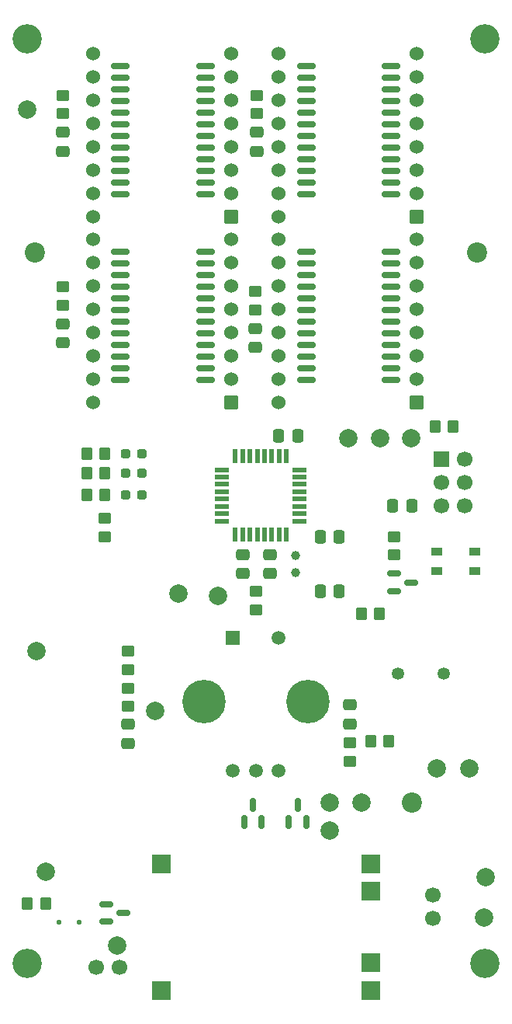
<source format=gbr>
%TF.GenerationSoftware,KiCad,Pcbnew,9.0.0*%
%TF.CreationDate,2025-05-13T23:13:56+02:00*%
%TF.ProjectId,kitchen_timer-hardware,6b697463-6865-46e5-9f74-696d65722d68,rev?*%
%TF.SameCoordinates,Original*%
%TF.FileFunction,Soldermask,Top*%
%TF.FilePolarity,Negative*%
%FSLAX46Y46*%
G04 Gerber Fmt 4.6, Leading zero omitted, Abs format (unit mm)*
G04 Created by KiCad (PCBNEW 9.0.0) date 2025-05-13 23:13:56*
%MOMM*%
%LPD*%
G01*
G04 APERTURE LIST*
G04 Aperture macros list*
%AMRoundRect*
0 Rectangle with rounded corners*
0 $1 Rounding radius*
0 $2 $3 $4 $5 $6 $7 $8 $9 X,Y pos of 4 corners*
0 Add a 4 corners polygon primitive as box body*
4,1,4,$2,$3,$4,$5,$6,$7,$8,$9,$2,$3,0*
0 Add four circle primitives for the rounded corners*
1,1,$1+$1,$2,$3*
1,1,$1+$1,$4,$5*
1,1,$1+$1,$6,$7*
1,1,$1+$1,$8,$9*
0 Add four rect primitives between the rounded corners*
20,1,$1+$1,$2,$3,$4,$5,0*
20,1,$1+$1,$4,$5,$6,$7,0*
20,1,$1+$1,$6,$7,$8,$9,0*
20,1,$1+$1,$8,$9,$2,$3,0*%
G04 Aperture macros list end*
%ADD10RoundRect,0.250000X-0.337500X-0.475000X0.337500X-0.475000X0.337500X0.475000X-0.337500X0.475000X0*%
%ADD11RoundRect,0.237500X-0.287500X-0.237500X0.287500X-0.237500X0.287500X0.237500X-0.287500X0.237500X0*%
%ADD12RoundRect,0.250000X0.475000X-0.337500X0.475000X0.337500X-0.475000X0.337500X-0.475000X-0.337500X0*%
%ADD13RoundRect,0.250000X-0.450000X0.350000X-0.450000X-0.350000X0.450000X-0.350000X0.450000X0.350000X0*%
%ADD14RoundRect,0.250000X-0.475000X0.337500X-0.475000X-0.337500X0.475000X-0.337500X0.475000X0.337500X0*%
%ADD15RoundRect,0.102000X0.525000X0.325000X-0.525000X0.325000X-0.525000X-0.325000X0.525000X-0.325000X0*%
%ADD16R,1.700000X1.700000*%
%ADD17C,1.700000*%
%ADD18RoundRect,0.150000X0.875000X0.150000X-0.875000X0.150000X-0.875000X-0.150000X0.875000X-0.150000X0*%
%ADD19RoundRect,0.250000X0.350000X0.450000X-0.350000X0.450000X-0.350000X-0.450000X0.350000X-0.450000X0*%
%ADD20C,2.200000*%
%ADD21RoundRect,0.102000X0.660000X-0.660000X0.660000X0.660000X-0.660000X0.660000X-0.660000X-0.660000X0*%
%ADD22C,1.524000*%
%ADD23C,2.000000*%
%ADD24C,3.200000*%
%ADD25C,1.350000*%
%ADD26C,1.000000*%
%ADD27RoundRect,0.250000X-0.350000X-0.450000X0.350000X-0.450000X0.350000X0.450000X-0.350000X0.450000X0*%
%ADD28RoundRect,0.150000X0.150000X-0.587500X0.150000X0.587500X-0.150000X0.587500X-0.150000X-0.587500X0*%
%ADD29RoundRect,0.150000X-0.587500X-0.150000X0.587500X-0.150000X0.587500X0.150000X-0.587500X0.150000X0*%
%ADD30RoundRect,0.250000X0.450000X-0.350000X0.450000X0.350000X-0.450000X0.350000X-0.450000X-0.350000X0*%
%ADD31R,2.000000X2.000000*%
%ADD32R,1.500000X1.500000*%
%ADD33C,1.500000*%
%ADD34C,4.740000*%
%ADD35R,0.550000X1.600000*%
%ADD36R,1.600000X0.550000*%
%ADD37RoundRect,0.250000X0.337500X0.475000X-0.337500X0.475000X-0.337500X-0.475000X0.337500X-0.475000X0*%
%ADD38RoundRect,0.125000X0.125000X0.125000X-0.125000X0.125000X-0.125000X-0.125000X0.125000X-0.125000X0*%
G04 APERTURE END LIST*
D10*
%TO.C,C8*%
X164002500Y-87184000D03*
X166077500Y-87184000D03*
%TD*%
D11*
%TO.C,D3*%
X142827400Y-78130400D03*
X144577400Y-78130400D03*
%TD*%
D12*
%TO.C,C12*%
X167273600Y-107615900D03*
X167273600Y-105540900D03*
%TD*%
D13*
%TO.C,R14*%
X143077500Y-103684000D03*
X143077500Y-105684000D03*
%TD*%
D14*
%TO.C,C15*%
X157113600Y-43114000D03*
X157113600Y-45189000D03*
%TD*%
D15*
%TO.C,SW2*%
X180888000Y-90932000D03*
X176738000Y-90932000D03*
X180888000Y-88782000D03*
X176738000Y-88782000D03*
%TD*%
D16*
%TO.C,J3*%
X177270400Y-78755000D03*
D17*
X179810400Y-78755000D03*
X177270400Y-81295000D03*
X179810400Y-81295000D03*
X177270400Y-83835000D03*
X179810400Y-83835000D03*
%TD*%
D18*
%TO.C,U9*%
X171777000Y-49850000D03*
X171777000Y-48580000D03*
X171777000Y-47310000D03*
X171777000Y-46040000D03*
X171777000Y-44770000D03*
X171777000Y-43500000D03*
X171777000Y-42230000D03*
X171777000Y-40960000D03*
X171777000Y-39690000D03*
X171777000Y-38420000D03*
X171777000Y-37150000D03*
X171777000Y-35880000D03*
X162477000Y-35880000D03*
X162477000Y-37150000D03*
X162477000Y-38420000D03*
X162477000Y-39690000D03*
X162477000Y-40960000D03*
X162477000Y-42230000D03*
X162477000Y-43500000D03*
X162477000Y-44770000D03*
X162477000Y-46040000D03*
X162477000Y-47310000D03*
X162477000Y-48580000D03*
X162477000Y-49850000D03*
%TD*%
D19*
%TO.C,R13*%
X171524800Y-109495200D03*
X169524800Y-109495200D03*
%TD*%
D20*
%TO.C,H2*%
X132873000Y-56237200D03*
%TD*%
D21*
%TO.C,U14*%
X154273000Y-52350000D03*
D22*
X154273000Y-49810000D03*
X154273000Y-47270000D03*
X154273000Y-44730000D03*
X154273000Y-42190000D03*
X154273000Y-39650000D03*
X154273000Y-37110000D03*
X154273000Y-34570000D03*
X139253000Y-34570000D03*
X139253000Y-37110000D03*
X139253000Y-39650000D03*
X139253000Y-42190000D03*
X139253000Y-44730000D03*
X139253000Y-47270000D03*
X139253000Y-49810000D03*
X139253000Y-52350000D03*
%TD*%
D23*
%TO.C,TP3*%
X167070400Y-76504800D03*
%TD*%
D11*
%TO.C,D4*%
X142827400Y-80267400D03*
X144577400Y-80267400D03*
%TD*%
D24*
%TO.C,H6*%
X182000000Y-133714400D03*
%TD*%
D14*
%TO.C,C5*%
X158540000Y-89146500D03*
X158540000Y-91221500D03*
%TD*%
D18*
%TO.C,U10*%
X151523000Y-49850000D03*
X151523000Y-48580000D03*
X151523000Y-47310000D03*
X151523000Y-46040000D03*
X151523000Y-44770000D03*
X151523000Y-43500000D03*
X151523000Y-42230000D03*
X151523000Y-40960000D03*
X151523000Y-39690000D03*
X151523000Y-38420000D03*
X151523000Y-37150000D03*
X151523000Y-35880000D03*
X142223000Y-35880000D03*
X142223000Y-37150000D03*
X142223000Y-38420000D03*
X142223000Y-39690000D03*
X142223000Y-40960000D03*
X142223000Y-42230000D03*
X142223000Y-43500000D03*
X142223000Y-44770000D03*
X142223000Y-46040000D03*
X142223000Y-47310000D03*
X142223000Y-48580000D03*
X142223000Y-49850000D03*
%TD*%
D23*
%TO.C,TP10*%
X148579200Y-93370400D03*
%TD*%
D21*
%TO.C,U13*%
X174527000Y-52350000D03*
D22*
X174527000Y-49810000D03*
X174527000Y-47270000D03*
X174527000Y-44730000D03*
X174527000Y-42190000D03*
X174527000Y-39650000D03*
X174527000Y-37110000D03*
X174527000Y-34570000D03*
X159507000Y-34570000D03*
X159507000Y-37110000D03*
X159507000Y-39650000D03*
X159507000Y-42190000D03*
X159507000Y-44730000D03*
X159507000Y-47270000D03*
X159507000Y-49810000D03*
X159507000Y-52350000D03*
%TD*%
D23*
%TO.C,TP6*%
X165040000Y-119184000D03*
%TD*%
%TO.C,TP12*%
X176778400Y-112471200D03*
%TD*%
D25*
%TO.C,LS1*%
X172495200Y-102108000D03*
X177495200Y-102108000D03*
%TD*%
D26*
%TO.C,Y1*%
X161290000Y-91134000D03*
X161290000Y-89234000D03*
%TD*%
D27*
%TO.C,R1*%
X132040000Y-127184000D03*
X134040000Y-127184000D03*
%TD*%
D28*
%TO.C,Q1*%
X155742000Y-118285500D03*
X157642000Y-118285500D03*
X156692000Y-116410500D03*
%TD*%
D20*
%TO.C,H1*%
X181127000Y-56237200D03*
%TD*%
D29*
%TO.C,Q3*%
X172102500Y-91234000D03*
X172102500Y-93134000D03*
X173977500Y-92184000D03*
%TD*%
D14*
%TO.C,C13*%
X156885000Y-64505000D03*
X156885000Y-66580000D03*
%TD*%
D23*
%TO.C,TP9*%
X146040000Y-106184000D03*
%TD*%
D30*
%TO.C,R11*%
X157040000Y-95184000D03*
X157040000Y-93184000D03*
%TD*%
%TO.C,R15*%
X167273600Y-111663600D03*
X167273600Y-109663600D03*
%TD*%
D23*
%TO.C,TP13*%
X141873600Y-131775200D03*
%TD*%
D24*
%TO.C,H4*%
X182000000Y-32940000D03*
%TD*%
D14*
%TO.C,C10*%
X155540000Y-89146500D03*
X155540000Y-91221500D03*
%TD*%
D23*
%TO.C,TP15*%
X180278400Y-112471200D03*
%TD*%
D14*
%TO.C,C11*%
X143077500Y-107646500D03*
X143077500Y-109721500D03*
%TD*%
D19*
%TO.C,R7*%
X140513400Y-78130400D03*
X138513400Y-78130400D03*
%TD*%
D23*
%TO.C,TP8*%
X132040000Y-40684000D03*
%TD*%
D31*
%TO.C,U2*%
X146648800Y-122843200D03*
X146648800Y-136643200D03*
X169508800Y-122843200D03*
X169508800Y-125843200D03*
X169508800Y-133643200D03*
X169508800Y-136643200D03*
%TD*%
D11*
%TO.C,D5*%
X142827400Y-82630400D03*
X144577400Y-82630400D03*
%TD*%
D19*
%TO.C,R6*%
X178540000Y-75184000D03*
X176540000Y-75184000D03*
%TD*%
D10*
%TO.C,C6*%
X159502500Y-76184000D03*
X161577500Y-76184000D03*
%TD*%
D19*
%TO.C,R9*%
X140513400Y-80267400D03*
X138513400Y-80267400D03*
%TD*%
D28*
%TO.C,D1*%
X160594000Y-118285500D03*
X162494000Y-118285500D03*
X161544000Y-116410500D03*
%TD*%
D23*
%TO.C,TP11*%
X152846400Y-93684000D03*
%TD*%
D18*
%TO.C,U7*%
X171777000Y-70104000D03*
X171777000Y-68834000D03*
X171777000Y-67564000D03*
X171777000Y-66294000D03*
X171777000Y-65024000D03*
X171777000Y-63754000D03*
X171777000Y-62484000D03*
X171777000Y-61214000D03*
X171777000Y-59944000D03*
X171777000Y-58674000D03*
X171777000Y-57404000D03*
X171777000Y-56134000D03*
X162477000Y-56134000D03*
X162477000Y-57404000D03*
X162477000Y-58674000D03*
X162477000Y-59944000D03*
X162477000Y-61214000D03*
X162477000Y-62484000D03*
X162477000Y-63754000D03*
X162477000Y-65024000D03*
X162477000Y-66294000D03*
X162477000Y-67564000D03*
X162477000Y-68834000D03*
X162477000Y-70104000D03*
%TD*%
D21*
%TO.C,U12*%
X154273000Y-72604000D03*
D22*
X154273000Y-70064000D03*
X154273000Y-67524000D03*
X154273000Y-64984000D03*
X154273000Y-62444000D03*
X154273000Y-59904000D03*
X154273000Y-57364000D03*
X154273000Y-54824000D03*
X139253000Y-54824000D03*
X139253000Y-57364000D03*
X139253000Y-59904000D03*
X139253000Y-62444000D03*
X139253000Y-64984000D03*
X139253000Y-67524000D03*
X139253000Y-70064000D03*
X139253000Y-72604000D03*
%TD*%
D23*
%TO.C,TP5*%
X173979200Y-76504800D03*
%TD*%
D13*
%TO.C,R17*%
X172040000Y-87184000D03*
X172040000Y-89184000D03*
%TD*%
D18*
%TO.C,U8*%
X151523000Y-70104000D03*
X151523000Y-68834000D03*
X151523000Y-67564000D03*
X151523000Y-66294000D03*
X151523000Y-65024000D03*
X151523000Y-63754000D03*
X151523000Y-62484000D03*
X151523000Y-61214000D03*
X151523000Y-59944000D03*
X151523000Y-58674000D03*
X151523000Y-57404000D03*
X151523000Y-56134000D03*
X142223000Y-56134000D03*
X142223000Y-57404000D03*
X142223000Y-58674000D03*
X142223000Y-59944000D03*
X142223000Y-61214000D03*
X142223000Y-62484000D03*
X142223000Y-63754000D03*
X142223000Y-65024000D03*
X142223000Y-66294000D03*
X142223000Y-67564000D03*
X142223000Y-68834000D03*
X142223000Y-70104000D03*
%TD*%
D32*
%TO.C,U6*%
X154500000Y-98195200D03*
D33*
X159500000Y-98195200D03*
X154500000Y-112695200D03*
X159500000Y-112695200D03*
X157000000Y-112695200D03*
D34*
X151300000Y-105195200D03*
X162700000Y-105195200D03*
%TD*%
D30*
%TO.C,R21*%
X135930000Y-41103500D03*
X135930000Y-39103500D03*
%TD*%
D29*
%TO.C,Q2*%
X140665000Y-127234000D03*
X140665000Y-129134000D03*
X142540000Y-128184000D03*
%TD*%
D20*
%TO.C,H7*%
X174040000Y-116184000D03*
%TD*%
D30*
%TO.C,R18*%
X156885000Y-62484000D03*
X156885000Y-60484000D03*
%TD*%
D14*
%TO.C,C14*%
X135930000Y-64008000D03*
X135930000Y-66083000D03*
%TD*%
D19*
%TO.C,R10*%
X140513400Y-82630400D03*
X138513400Y-82630400D03*
%TD*%
D21*
%TO.C,U11*%
X174527000Y-72604000D03*
D22*
X174527000Y-70064000D03*
X174527000Y-67524000D03*
X174527000Y-64984000D03*
X174527000Y-62444000D03*
X174527000Y-59904000D03*
X174527000Y-57364000D03*
X174527000Y-54824000D03*
X159507000Y-54824000D03*
X159507000Y-57364000D03*
X159507000Y-59904000D03*
X159507000Y-62444000D03*
X159507000Y-64984000D03*
X159507000Y-67524000D03*
X159507000Y-70064000D03*
X159507000Y-72604000D03*
%TD*%
D19*
%TO.C,R16*%
X170508800Y-95605600D03*
X168508800Y-95605600D03*
%TD*%
D23*
%TO.C,TP4*%
X168540000Y-116184000D03*
%TD*%
D30*
%TO.C,R19*%
X135930000Y-61987000D03*
X135930000Y-59987000D03*
%TD*%
D35*
%TO.C,U5*%
X154740000Y-86945200D03*
X155540000Y-86945200D03*
X156340000Y-86945200D03*
X157140000Y-86945200D03*
X157940000Y-86945200D03*
X158740000Y-86945200D03*
X159540000Y-86945200D03*
X160340000Y-86945200D03*
D36*
X161790000Y-85495200D03*
X161790000Y-84695200D03*
X161790000Y-83895200D03*
X161790000Y-83095200D03*
X161790000Y-82295200D03*
X161790000Y-81495200D03*
X161790000Y-80695200D03*
X161790000Y-79895200D03*
D35*
X160340000Y-78445200D03*
X159540000Y-78445200D03*
X158740000Y-78445200D03*
X157940000Y-78445200D03*
X157140000Y-78445200D03*
X156340000Y-78445200D03*
X155540000Y-78445200D03*
X154740000Y-78445200D03*
D36*
X153290000Y-79895200D03*
X153290000Y-80695200D03*
X153290000Y-81495200D03*
X153290000Y-82295200D03*
X153290000Y-83095200D03*
X153290000Y-83895200D03*
X153290000Y-84695200D03*
X153290000Y-85495200D03*
%TD*%
D13*
%TO.C,R12*%
X143040000Y-99684000D03*
X143040000Y-101684000D03*
%TD*%
D23*
%TO.C,TP7*%
X134040000Y-123684000D03*
%TD*%
D37*
%TO.C,C9*%
X174000700Y-83820000D03*
X171925700Y-83820000D03*
%TD*%
D38*
%TO.C,D2*%
X137740000Y-129184000D03*
X135540000Y-129184000D03*
%TD*%
D24*
%TO.C,H5*%
X132000000Y-133714400D03*
%TD*%
D30*
%TO.C,R20*%
X157113600Y-41103500D03*
X157113600Y-39103500D03*
%TD*%
D14*
%TO.C,C16*%
X135930000Y-43114000D03*
X135930000Y-45189000D03*
%TD*%
D30*
%TO.C,R8*%
X140540000Y-87184000D03*
X140540000Y-85184000D03*
%TD*%
D23*
%TO.C,TP14*%
X133040000Y-99684000D03*
%TD*%
%TO.C,TP16*%
X182040000Y-124284000D03*
%TD*%
D24*
%TO.C,H3*%
X132000000Y-32940000D03*
%TD*%
D23*
%TO.C,TP17*%
X181904000Y-128727200D03*
%TD*%
D10*
%TO.C,C7*%
X164002500Y-93184000D03*
X166077500Y-93184000D03*
%TD*%
D23*
%TO.C,TP1*%
X170524800Y-76504800D03*
%TD*%
%TO.C,TP2*%
X165040000Y-116184000D03*
%TD*%
D17*
%TO.C,J2*%
X142085200Y-134148800D03*
X139545200Y-134148800D03*
%TD*%
%TO.C,J1*%
X176352800Y-126280400D03*
X176352800Y-128820400D03*
%TD*%
M02*

</source>
